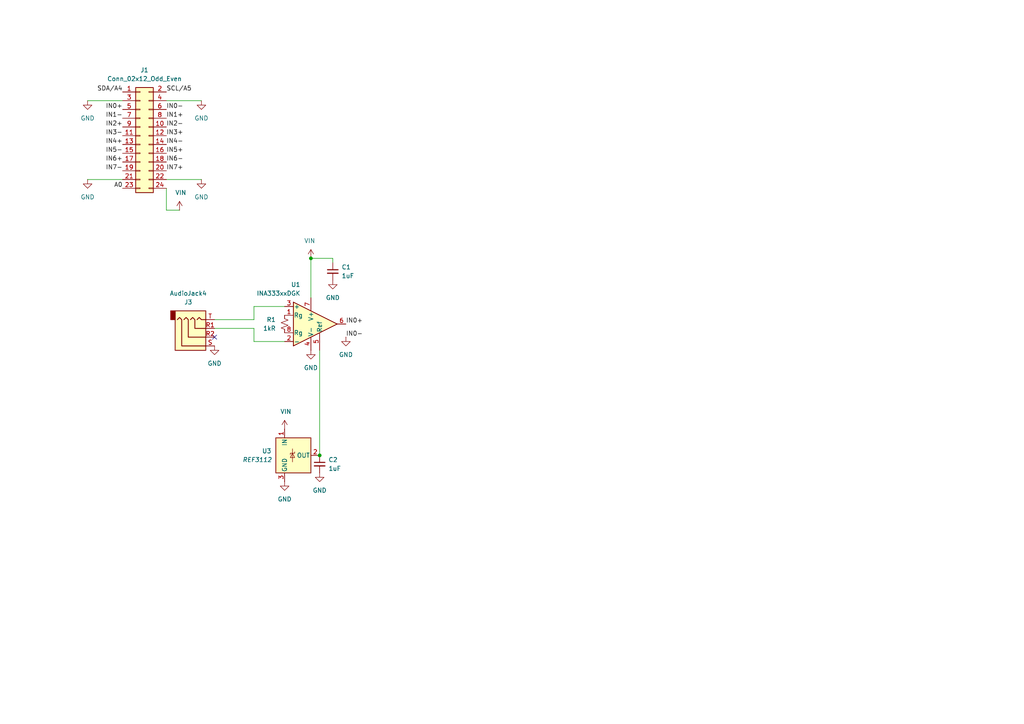
<source format=kicad_sch>
(kicad_sch (version 20231120) (generator "eeschema") (generator_version "8.0")
  (paper "A4")
  (lib_symbols
    (symbol "+5V_1" (power) (pin_numbers hide) (pin_names (offset 0) hide)
      (property "Value" "+5V" (at 0 3.556 0))
      (symbol "+5V_1_0_1"
        (polyline (pts (xy -0.762 1.27) (xy 0 2.54)))
        (polyline (pts (xy 0 0) (xy 0 2.54)))
        (polyline (pts (xy 0 2.54) (xy 0.762 1.27)))
      )
      (symbol "+5V_1_1_1"
        (pin power_in line (at 0 0 90) (length 0) (name "~") (number "1"))
      )
    )
    (symbol "Amplifier_Instrumentation:INA333xxDGK" (pin_names (offset 0.127))
      (property "Reference" "U" (at 3.81 3.175 0))
      (property "Value" "INA333xxDGK" (at 3.81 -3.175 0))
      (symbol "INA333xxDGK_0_1"
        (polyline (pts (xy 7.62 0) (xy -5.08 6.35) (xy -5.08 -6.35) (xy 7.62 0)) (stroke (width 0.254)) (fill (type background)))
      )
      (symbol "INA333xxDGK_1_1"
        (pin passive line (at -7.62 2.54 0) (length 2.54) (name "Rg") (number "1"))
        (pin input line (at -7.62 -5.08 0) (length 2.54) (name "-") (number "2"))
        (pin input line (at -7.62 5.08 0) (length 2.54) (name "+") (number "3"))
        (pin power_in line (at 0 -7.62 90) (length 3.81) (name "V-") (number "4"))
        (pin input line (at 2.54 -7.62 90) (length 5.08) (name "Ref") (number "5"))
        (pin output line (at 10.16 0 180) (length 2.54) (name "~") (number "6"))
        (pin power_in line (at 0 7.62 270) (length 3.81) (name "V+") (number "7"))
        (pin passive line (at -7.62 -2.54 0) (length 2.54) (name "Rg") (number "8"))
      )
    )
    (symbol "Connector_Audio:AudioJack4"
      (property "Reference" "J" (at 0 8.89 0))
      (property "Value" "AudioJack4" (at 0 6.35 0))
      (symbol "AudioJack4_0_1"
        (rectangle (start -6.35 -5.08) (end -7.62 -7.62) (stroke (width 0.254)) (fill (type outline)))
        (polyline (pts (xy 0 -5.08) (xy 0.635 -5.715) (xy 1.27 -5.08) (xy 2.54 -5.08)) (stroke (width 0.254)))
        (polyline (pts (xy -5.715 -5.08) (xy -5.08 -5.715) (xy -4.445 -5.08) (xy -4.445 2.54) (xy 2.54 2.54)) (stroke (width 0.254)))
        (polyline (pts (xy -1.905 -5.08) (xy -1.27 -5.715) (xy -0.635 -5.08) (xy -0.635 -2.54) (xy 2.54 -2.54)) (stroke (width 0.254)))
        (polyline (pts (xy 2.54 0) (xy -2.54 0) (xy -2.54 -5.08) (xy -3.175 -5.715) (xy -3.81 -5.08)) (stroke (width 0.254)))
        (rectangle (start 2.54 3.81) (end -6.35 -7.62) (stroke (width 0.254)) (fill (type background)))
      )
      (symbol "AudioJack4_1_1"
        (pin passive line (at 5.08 -2.54 180) (length 2.54) (name "~") (number "R1"))
        (pin passive line (at 5.08 0 180) (length 2.54) (name "~") (number "R2"))
        (pin passive line (at 5.08 2.54 180) (length 2.54) (name "~") (number "S"))
        (pin passive line (at 5.08 -5.08 180) (length 2.54) (name "~") (number "T"))
      )
    )
    (symbol "Connector_Generic:Conn_02x12_Odd_Even" (pin_names (offset 1.016) hide)
      (property "Reference" "J" (at 1.27 15.24 0))
      (property "Value" "Conn_02x12_Odd_Even" (at 1.27 -17.78 0))
      (symbol "Conn_02x12_Odd_Even_1_1"
        (rectangle (start -1.27 -15.113) (end 0 -15.367) (stroke (width 0.1524)))
        (rectangle (start -1.27 -12.573) (end 0 -12.827) (stroke (width 0.1524)))
        (rectangle (start -1.27 -10.033) (end 0 -10.287) (stroke (width 0.1524)))
        (rectangle (start -1.27 -7.493) (end 0 -7.747) (stroke (width 0.1524)))
        (rectangle (start -1.27 -4.953) (end 0 -5.207) (stroke (width 0.1524)))
        (rectangle (start -1.27 -2.413) (end 0 -2.667) (stroke (width 0.1524)))
        (rectangle (start -1.27 0.127) (end 0 -0.127) (stroke (width 0.1524)))
        (rectangle (start -1.27 2.667) (end 0 2.413) (stroke (width 0.1524)))
        (rectangle (start -1.27 5.207) (end 0 4.953) (stroke (width 0.1524)))
        (rectangle (start -1.27 7.747) (end 0 7.493) (stroke (width 0.1524)))
        (rectangle (start -1.27 10.287) (end 0 10.033) (stroke (width 0.1524)))
        (rectangle (start -1.27 12.827) (end 0 12.573) (stroke (width 0.1524)))
        (rectangle (start -1.27 13.97) (end 3.81 -16.51) (stroke (width 0.254)) (fill (type background)))
        (rectangle (start 3.81 -15.113) (end 2.54 -15.367) (stroke (width 0.1524)))
        (rectangle (start 3.81 -12.573) (end 2.54 -12.827) (stroke (width 0.1524)))
        (rectangle (start 3.81 -10.033) (end 2.54 -10.287) (stroke (width 0.1524)))
        (rectangle (start 3.81 -7.493) (end 2.54 -7.747) (stroke (width 0.1524)))
        (rectangle (start 3.81 -4.953) (end 2.54 -5.207) (stroke (width 0.1524)))
        (rectangle (start 3.81 -2.413) (end 2.54 -2.667) (stroke (width 0.1524)))
        (rectangle (start 3.81 0.127) (end 2.54 -0.127) (stroke (width 0.1524)))
        (rectangle (start 3.81 2.667) (end 2.54 2.413) (stroke (width 0.1524)))
        (rectangle (start 3.81 5.207) (end 2.54 4.953) (stroke (width 0.1524)))
        (rectangle (start 3.81 7.747) (end 2.54 7.493) (stroke (width 0.1524)))
        (rectangle (start 3.81 10.287) (end 2.54 10.033) (stroke (width 0.1524)))
        (rectangle (start 3.81 12.827) (end 2.54 12.573) (stroke (width 0.1524)))
        (pin passive line (at -5.08 12.7 0) (length 3.81) (name "Pin_1") (number "1"))
        (pin passive line (at 7.62 2.54 180) (length 3.81) (name "Pin_10") (number "10"))
        (pin passive line (at -5.08 0 0) (length 3.81) (name "Pin_11") (number "11"))
        (pin passive line (at 7.62 0 180) (length 3.81) (name "Pin_12") (number "12"))
        (pin passive line (at -5.08 -2.54 0) (length 3.81) (name "Pin_13") (number "13"))
        (pin passive line (at 7.62 -2.54 180) (length 3.81) (name "Pin_14") (number "14"))
        (pin passive line (at -5.08 -5.08 0) (length 3.81) (name "Pin_15") (number "15"))
        (pin passive line (at 7.62 -5.08 180) (length 3.81) (name "Pin_16") (number "16"))
        (pin passive line (at -5.08 -7.62 0) (length 3.81) (name "Pin_17") (number "17"))
        (pin passive line (at 7.62 -7.62 180) (length 3.81) (name "Pin_18") (number "18"))
        (pin passive line (at -5.08 -10.16 0) (length 3.81) (name "Pin_19") (number "19"))
        (pin passive line (at 7.62 12.7 180) (length 3.81) (name "Pin_2") (number "2"))
        (pin passive line (at 7.62 -10.16 180) (length 3.81) (name "Pin_20") (number "20"))
        (pin passive line (at -5.08 -12.7 0) (length 3.81) (name "Pin_21") (number "21"))
        (pin passive line (at 7.62 -12.7 180) (length 3.81) (name "Pin_22") (number "22"))
        (pin passive line (at -5.08 -15.24 0) (length 3.81) (name "Pin_23") (number "23"))
        (pin passive line (at 7.62 -15.24 180) (length 3.81) (name "Pin_24") (number "24"))
        (pin passive line (at -5.08 10.16 0) (length 3.81) (name "Pin_3") (number "3"))
        (pin passive line (at 7.62 10.16 180) (length 3.81) (name "Pin_4") (number "4"))
        (pin passive line (at -5.08 7.62 0) (length 3.81) (name "Pin_5") (number "5"))
        (pin passive line (at 7.62 7.62 180) (length 3.81) (name "Pin_6") (number "6"))
        (pin passive line (at -5.08 5.08 0) (length 3.81) (name "Pin_7") (number "7"))
        (pin passive line (at 7.62 5.08 180) (length 3.81) (name "Pin_8") (number "8"))
        (pin passive line (at -5.08 2.54 0) (length 3.81) (name "Pin_9") (number "9"))
      )
    )
    (symbol "Device:C_Small" (pin_numbers hide) (pin_names (offset 0.254) hide)
      (property "Reference" "C" (at 0.254 1.778 0))
      (property "Value" "C_Small" (at 0.254 -2.032 0))
      (symbol "C_Small_0_1"
        (polyline (pts (xy -1.524 -0.508) (xy 1.524 -0.508)) (stroke (width 0.3302)))
        (polyline (pts (xy -1.524 0.508) (xy 1.524 0.508)) (stroke (width 0.3048)))
      )
      (symbol "C_Small_1_1"
        (pin passive line (at 0 2.54 270) (length 2.032) (name "~") (number "1"))
        (pin passive line (at 0 -2.54 90) (length 2.032) (name "~") (number "2"))
      )
    )
    (symbol "Device:R_Small_US" (pin_numbers hide) (pin_names (offset 0.254) hide)
      (property "Reference" "R" (at 0.762 0.508 0))
      (property "Value" "R_Small_US" (at 0.762 -1.016 0))
      (symbol "R_Small_US_1_1"
        (polyline (pts (xy 0 0) (xy 1.016 -0.381) (xy 0 -0.762) (xy -1.016 -1.143) (xy 0 -1.524)))
        (polyline (pts (xy 0 1.524) (xy 1.016 1.143) (xy 0 0.762) (xy -1.016 0.381) (xy 0 0)))
        (pin passive line (at 0 2.54 270) (length 1.016) (name "~") (number "1"))
        (pin passive line (at 0 -2.54 90) (length 1.016) (name "~") (number "2"))
      )
    )
    (symbol "GND_1" (power) (pin_numbers hide) (pin_names (offset 0) hide)
      (property "Value" "GND" (at 0 -3.81 0))
      (symbol "GND_1_0_1"
        (polyline (pts (xy 0 0) (xy 0 -1.27) (xy 1.27 -1.27) (xy 0 -2.54) (xy -1.27 -1.27) (xy 0 -1.27)))
      )
      (symbol "GND_1_1_1"
        (pin power_in line (at 0 0 270) (length 0) (name "~") (number "1"))
      )
    )
    (symbol "Reference_Voltage:REF3012" (pin_names (offset 0.254))
      (property "Reference" "U" (at 0 6.35 0))
      (property "Value" "REF3012" (at 2.54 -6.35 0))
      (symbol "REF3012_0_1"
        (rectangle (start -5.08 5.08) (end 5.08 -5.08) (stroke (width 0.254)) (fill (type background)))
        (polyline (pts (xy -0.254 1.905) (xy -0.254 -1.905)))
        (polyline (pts (xy -0.889 -0.635) (xy 0.381 -0.635) (xy -0.254 0.635) (xy -0.889 -0.635)))
        (polyline (pts (xy 0.381 1.016) (xy 0.381 0.635) (xy -0.889 0.635) (xy -0.889 0.254)))
      )
      (symbol "REF3012_1_1"
        (pin power_in line (at -2.54 7.62 270) (length 2.54) (name "IN") (number "1"))
        (pin power_out line (at 7.62 0 180) (length 2.54) (name "OUT") (number "2"))
        (pin power_in line (at -2.54 -7.62 90) (length 2.54) (name "GND") (number "3"))
      )
    )
    (symbol "power:GND" (power) (pin_names (offset 0))
      (property "Value" "GND" (at 0 -3.81 0))
      (symbol "GND_0_1"
        (polyline (pts (xy 0 0) (xy 0 -1.27) (xy 1.27 -1.27) (xy 0 -2.54) (xy -1.27 -1.27) (xy 0 -1.27)))
      )
      (symbol "GND_1_1"
        (pin power_in line (at 0 0 270) (length 0) hide (name "GND") (number "1"))
      )
    )
  )
  (junction (at 90.17 74.93))
  (junction (at 92.71 132.08))
  (no_connect (at 62.23 97.79))
  (wire (pts (xy 48.26 52.07) (xy 58.42 52.07)))
  (wire (pts (xy 92.71 101.6) (xy 92.71 132.08)))
  (wire (pts (xy 35.56 29.21) (xy 25.4 29.21)))
  (wire (pts (xy 73.66 95.25) (xy 73.66 99.06)))
  (wire (pts (xy 90.17 74.93) (xy 90.17 86.36)))
  (wire (pts (xy 35.56 52.07) (xy 25.4 52.07)))
  (wire (pts (xy 73.66 99.06) (xy 82.55 99.06)))
  (wire (pts (xy 48.26 60.96) (xy 48.26 54.61)))
  (wire (pts (xy 90.17 74.93) (xy 96.52 74.93)))
  (wire (pts (xy 48.26 29.21) (xy 58.42 29.21)))
  (wire (pts (xy 52.07 60.96) (xy 48.26 60.96)))
  (wire (pts (xy 73.66 92.71) (xy 73.66 88.9)))
  (wire (pts (xy 73.66 95.25) (xy 62.23 95.25)))
  (wire (pts (xy 73.66 88.9) (xy 82.55 88.9)))
  (wire (pts (xy 96.52 74.93) (xy 96.52 76.2)))
  (wire (pts (xy 62.23 92.71) (xy 73.66 92.71)))
  (label "IN0+" (at 100.33 93.98 0))
  (label "IN0+" (at 35.56 31.75 180))
  (label "IN7+" (at 48.26 49.53 0))
  (label "IN5-" (at 35.56 44.45 180))
  (label "IN7-" (at 35.56 49.53 180))
  (label "IN4+" (at 35.56 41.91 180))
  (label "IN2+" (at 35.56 36.83 180))
  (label "IN0-" (at 48.26 31.75 0))
  (label "IN1-" (at 35.56 34.29 180))
  (label "IN6-" (at 48.26 46.99 0))
  (label "IN3+" (at 48.26 39.37 0))
  (label "IN0-" (at 100.33 97.79 0))
  (label "SCL{slash}A5" (at 48.26 26.67 0))
  (label "IN2-" (at 48.26 36.83 0))
  (label "IN4-" (at 48.26 41.91 0))
  (label "SDA{slash}A4" (at 35.56 26.67 180))
  (label "IN6+" (at 35.56 46.99 180))
  (label "IN3-" (at 35.56 39.37 180))
  (label "IN5+" (at 48.26 44.45 0))
  (label "IN1+" (at 48.26 34.29 0))
  (label "A0" (at 35.56 54.61 180))
  (symbol (lib_id "Device:R_Small_US") (at 82.55 93.98 0) (unit 1)
    (property "Reference" "R1" (at 80.01 92.7099 0) (effects (justify right)))
    (property "Value" "1kR" (at 80.01 95.2499 0) (effects (justify right)))
    (property "Footprint" "Resistor_SMD:R_0402_1005Metric_Pad0.72x0.64mm_HandSolder" (effects (hide yes)))
    (property "Description" "Resistor, small US symbol" (effects (hide yes)))
    (property "LCSC" "C11702" (effects (hide yes)))
  )
  (symbol (lib_id "Connector_Generic:Conn_02x12_Odd_Even") (at 40.64 39.37 0) (unit 1)
    (property "Reference" "J1" (at 41.91 20.32 0))
    (property "Value" "Conn_02x12_Odd_Even" (at 41.91 22.86 0))
    (property "Footprint" "Connector_PinHeader_2.54mm:PinHeader_2x12_P2.54mm_Horizontal" (effects (hide yes)))
    (property "Description" "Generic connector, double row, 02x12, odd/even pin numbering scheme (row 1 odd numbers, row 2 even numbers), script generated (kicad-library-utils/schlib/autogen/connector/)" (effects (hide yes)))
    (property "LCSC" "C5383094" (effects (hide yes)))
  )
  (symbol (lib_name "GND_1") (lib_id "power:GND") (at 25.4 29.21 0) (mirror y) (unit 1)
    (property "Reference" "#PWR01" (effects (hide yes)))
    (property "Value" "GND" (at 25.4 34.29 0))
    (property "Description" "Power symbol creates a global label with name \"GND\" , ground" (effects (hide yes)))
  )
  (symbol (lib_name "GND_1") (lib_id "power:GND") (at 58.42 29.21 0) (unit 1)
    (property "Reference" "#PWR02" (effects (hide yes)))
    (property "Value" "GND" (at 58.42 34.29 0))
    (property "Description" "Power symbol creates a global label with name \"GND\" , ground" (effects (hide yes)))
  )
  (symbol (lib_id "Reference_Voltage:REF3012") (at 85.09 132.08 0) (unit 1)
    (property "Reference" "U3" (at 78.74 130.8099 0) (effects (justify right)))
    (property "Value" "REF3112" (at 78.74 133.3499 0) (effects (font (italic yes)) (justify right)))
    (property "Footprint" "Package_TO_SOT_SMD:SOT-23" (effects (hide yes)))
    (property "Datasheet" "http://www.ti.com/lit/ds/symlink/ref3033.pdf" (effects (hide yes)))
    (property "Description" "1.25V 50-ppm/°C Max, 50-μA, CMOS Voltage Reference, SOT-23-3" (effects (hide yes)))
    (property "LCSC" "C74223" (effects (hide yes)))
  )
  (symbol (lib_id "Amplifier_Instrumentation:INA333xxDGK") (at 90.17 93.98 0) (unit 1)
    (property "Reference" "U1" (at 87.1535 82.55 0) (effects (justify right)))
    (property "Value" "INA333xxDGK" (at 87.1535 85.09 0) (effects (justify right)))
    (property "Footprint" "Package_SO:VSSOP-8_3x3mm_P0.65mm" (effects (hide yes)))
    (property "Datasheet" "https://www.ti.com/lit/ds/symlink/ina333.pdf" (effects (hide yes)))
    (property "Description" "Zero Drift, Micropower Instrumentation Amplifier G = 1 + 100kOhm/Rg, VSSOP-8" (effects (hide yes)))
    (property "LCSC" "C19450" (effects (hide yes)))
  )
  (symbol (lib_id "Device:C_Small") (at 92.71 134.62 0) (mirror y) (unit 1)
    (property "Reference" "C2" (at 95.25 133.3562 0) (effects (justify right)))
    (property "Value" "1uF" (at 95.25 135.8962 0) (effects (justify right)))
    (property "Footprint" "Capacitor_SMD:C_0402_1005Metric" (effects (hide yes)))
    (property "Description" "Unpolarized capacitor, small symbol" (effects (hide yes)))
    (property "LCSC" "C15849" (effects (hide yes)))
  )
  (symbol (lib_name "GND_1") (lib_id "power:GND") (at 100.33 97.79 0) (mirror y) (unit 1)
    (property "Reference" "#PWR06" (effects (hide yes)))
    (property "Value" "GND" (at 100.33 102.87 0))
    (property "Description" "Power symbol creates a global label with name \"GND\" , ground" (effects (hide yes)))
  )
  (symbol (lib_id "Connector_Audio:AudioJack4") (at 57.15 97.79 0) (mirror x) (unit 1)
    (property "Reference" "J3" (at 54.61 87.63 0))
    (property "Value" "AudioJack4" (at 54.61 85.09 0))
    (property "Footprint" "Connector_Audio:Jack_3.5mm_PJ320D_Horizontal" (effects (hide yes)))
    (property "Description" "Audio Jack, 4 Poles (TRRS)" (effects (hide yes)))
    (property "LCSC" "C431535" (effects (hide yes)))
  )
  (symbol (lib_name "+5V_1") (lib_id "power:+5V") (at 82.55 124.46 0) (unit 1)
    (property "Reference" "#PWR07" (effects (hide yes)))
    (property "Value" "VIN" (at 81.28 119.38 0) (effects (justify left)))
    (property "Description" "Power symbol creates a global label with name \"+5V\"" (effects (hide yes)))
  )
  (symbol (lib_id "power:GND") (at 62.23 100.33 0) (mirror y) (unit 1)
    (property "Reference" "#PWR011" (effects (hide yes)))
    (property "Value" "GND" (at 62.23 105.41 0))
    (property "Description" "Power symbol creates a global label with name \"GND\" , ground" (effects (hide yes)))
  )
  (symbol (lib_name "GND_1") (lib_id "power:GND") (at 82.55 139.7 0) (mirror y) (unit 1)
    (property "Reference" "#PWR012" (effects (hide yes)))
    (property "Value" "GND" (at 82.55 144.78 0))
    (property "Description" "Power symbol creates a global label with name \"GND\" , ground" (effects (hide yes)))
  )
  (symbol (lib_name "GND_1") (lib_id "power:GND") (at 90.17 101.6 0) (mirror y) (unit 1)
    (property "Reference" "#PWR08" (effects (hide yes)))
    (property "Value" "GND" (at 90.17 106.68 0))
    (property "Description" "Power symbol creates a global label with name \"GND\" , ground" (effects (hide yes)))
  )
  (symbol (lib_name "+5V_1") (lib_id "power:+5V") (at 52.07 60.96 0) (unit 1)
    (property "Reference" "#PWR05" (effects (hide yes)))
    (property "Value" "VIN" (at 50.8 55.88 0) (effects (justify left)))
    (property "Description" "Power symbol creates a global label with name \"+5V\"" (effects (hide yes)))
  )
  (symbol (lib_name "GND_1") (lib_id "power:GND") (at 58.42 52.07 0) (unit 1)
    (property "Reference" "#PWR04" (effects (hide yes)))
    (property "Value" "GND" (at 58.42 57.15 0))
    (property "Description" "Power symbol creates a global label with name \"GND\" , ground" (effects (hide yes)))
  )
  (symbol (lib_id "Device:C_Small") (at 96.52 78.74 0) (mirror y) (unit 1)
    (property "Reference" "C1" (at 99.06 77.4762 0) (effects (justify right)))
    (property "Value" "1uF" (at 99.06 80.0162 0) (effects (justify right)))
    (property "Footprint" "Capacitor_SMD:C_0402_1005Metric" (effects (hide yes)))
    (property "Description" "Unpolarized capacitor, small symbol" (effects (hide yes)))
    (property "LCSC" "C15849" (effects (hide yes)))
  )
  (symbol (lib_name "GND_1") (lib_id "power:GND") (at 25.4 52.07 0) (mirror y) (unit 1)
    (property "Reference" "#PWR03" (effects (hide yes)))
    (property "Value" "GND" (at 25.4 57.15 0))
    (property "Description" "Power symbol creates a global label with name \"GND\" , ground" (effects (hide yes)))
  )
  (symbol (lib_name "GND_1") (lib_id "power:GND") (at 96.52 81.28 0) (mirror y) (unit 1)
    (property "Reference" "#PWR010" (effects (hide yes)))
    (property "Value" "GND" (at 96.52 86.36 0))
    (property "Description" "Power symbol creates a global label with name \"GND\" , ground" (effects (hide yes)))
  )
  (symbol (lib_name "+5V_1") (lib_id "power:+5V") (at 90.17 74.93 0) (mirror y) (unit 1)
    (property "Reference" "#PWR09" (effects (hide yes)))
    (property "Value" "VIN" (at 91.44 69.85 0) (effects (justify left)))
    (property "Description" "Power symbol creates a global label with name \"+5V\"" (effects (hide yes)))
  )
  (symbol (lib_name "GND_1") (lib_id "power:GND") (at 92.71 137.16 0) (mirror y) (unit 1)
    (property "Reference" "#PWR013" (effects (hide yes)))
    (property "Value" "GND" (at 92.71 142.24 0))
    (property "Description" "Power symbol creates a global label with name \"GND\" , ground" (effects (hide yes)))
  )
)
</source>
